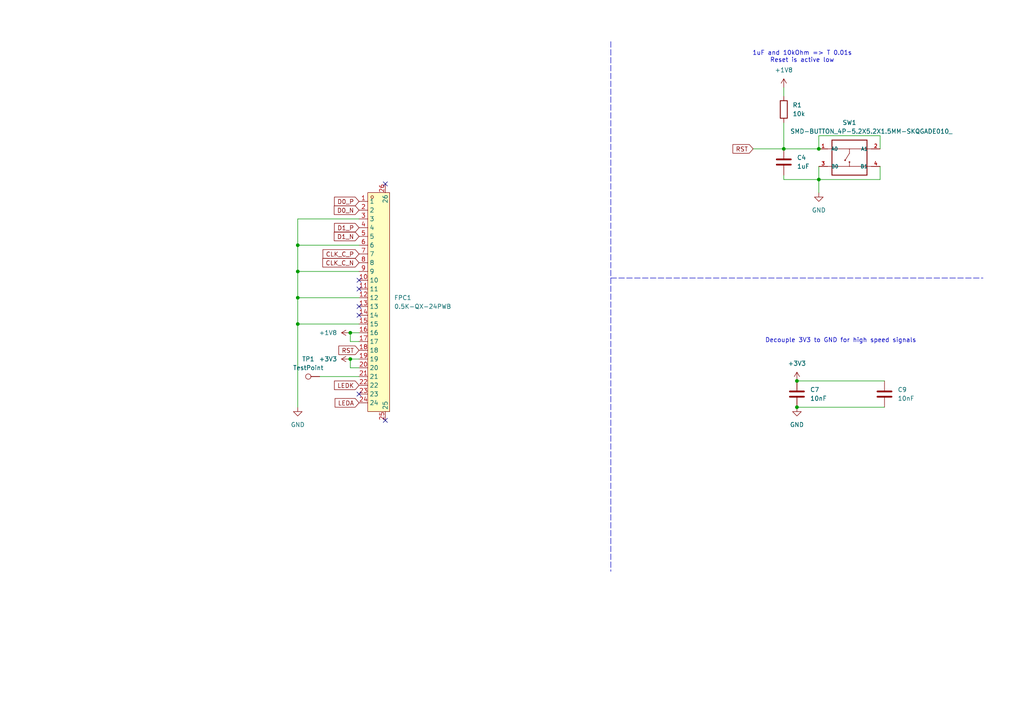
<source format=kicad_sch>
(kicad_sch (version 20231120) (generator "eeschema") (generator_version "8.0")
  (paper "A4")
  (lib_symbols
    (symbol "Connector:TestPoint" (pin_numbers hide) (pin_names (offset 0.762) hide)
      (property "Reference" "TP" (at 0 6.858 0))
      (property "Value" "TestPoint" (at 0 5.08 0))
      (symbol "TestPoint_0_1"
        (circle (center 0 3.302) (radius 0.762))
      )
      (symbol "TestPoint_1_1"
        (pin passive line (at 0 0 90) (length 2.54) (name "1") (number "1"))
      )
    )
    (symbol "Device:C" (pin_numbers hide) (pin_names (offset 0.254))
      (property "Reference" "C" (at 0.635 2.54 0))
      (property "Value" "C" (at 0.635 -2.54 0))
      (symbol "C_0_1"
        (polyline (pts (xy -2.032 -0.762) (xy 2.032 -0.762)) (stroke (width 0.508)))
        (polyline (pts (xy -2.032 0.762) (xy 2.032 0.762)) (stroke (width 0.508)))
      )
      (symbol "C_1_1"
        (pin passive line (at 0 3.81 270) (length 2.794) (name "~") (number "1"))
        (pin passive line (at 0 -3.81 90) (length 2.794) (name "~") (number "2"))
      )
    )
    (symbol "Device:R" (pin_numbers hide) (pin_names (offset 0))
      (property "Reference" "R" (at 2.032 0 90))
      (property "Value" "R" (at 0 0 90))
      (symbol "R_0_1"
        (rectangle (start -1.016 -2.54) (end 1.016 2.54) (stroke (width 0.254)))
      )
      (symbol "R_1_1"
        (pin passive line (at 0 3.81 270) (length 1.27) (name "~") (number "1"))
        (pin passive line (at 0 -3.81 90) (length 1.27) (name "~") (number "2"))
      )
    )
    (symbol "SMD-BUTTON_4P-5.2X5.2X1.5MM-SKQGADE010_:SMD-BUTTON_4P-5.2X5.2X1.5MM-SKQGADE010_" (pin_names (offset 1.016))
      (property "Reference" "SW" (at -5.0859 5.0859 0))
      (property "Value" "SMD-BUTTON_4P-5.2X5.2X1.5MM-SKQGADE010_" (at -5.0884 -6.3605 0))
      (symbol "SMD-BUTTON_4P-5.2X5.2X1.5MM-SKQGADE010__0_0"
        (circle (center -1.27 -0.762) (radius 0.1524))
        (circle (center 0 -1.27) (radius 0.1524))
        (polyline (pts (xy -6.35 -2.54) (xy -5.08 -2.54)) (stroke (width 0.1524)))
        (polyline (pts (xy -6.35 2.54) (xy -5.08 2.54)) (stroke (width 0.1524)))
        (polyline (pts (xy -5.08 -5.08) (xy -5.08 -2.54)) (stroke (width 0.254)))
        (polyline (pts (xy -5.08 -2.54) (xy -5.08 2.54)) (stroke (width 0.254)))
        (polyline (pts (xy -5.08 2.54) (xy -5.08 5.08)) (stroke (width 0.254)))
        (polyline (pts (xy -5.08 2.54) (xy 0 2.54)) (stroke (width 0.1524)))
        (polyline (pts (xy -5.08 5.08) (xy 5.08 5.08)) (stroke (width 0.254)))
        (polyline (pts (xy 0 -2.54) (xy -5.08 -2.54)) (stroke (width 0.1524)))
        (polyline (pts (xy 0 -2.54) (xy 5.08 -2.54)) (stroke (width 0.1524)))
        (polyline (pts (xy 0 -1.27) (xy 0 -2.54)) (stroke (width 0.1524)))
        (polyline (pts (xy 0 1.27) (xy -1.27 -0.762)) (stroke (width 0.1524)))
        (polyline (pts (xy 0 2.54) (xy 0 1.27)) (stroke (width 0.1524)))
        (polyline (pts (xy 0 2.54) (xy 5.08 2.54)) (stroke (width 0.1524)))
        (polyline (pts (xy 5.08 -5.08) (xy -5.08 -5.08)) (stroke (width 0.254)))
        (polyline (pts (xy 5.08 -2.54) (xy 5.08 -5.08)) (stroke (width 0.254)))
        (polyline (pts (xy 5.08 2.54) (xy 5.08 -2.54)) (stroke (width 0.254)))
        (polyline (pts (xy 5.08 5.08) (xy 5.08 2.54)) (stroke (width 0.254)))
        (polyline (pts (xy 6.35 -2.54) (xy 5.08 -2.54)) (stroke (width 0.1524)))
        (polyline (pts (xy 6.35 2.54) (xy 5.08 2.54)) (stroke (width 0.1524)))
        (pin bidirectional line (at -8.89 2.54 0) (length 2.54) (name "A0") (number "1"))
        (pin bidirectional line (at 8.89 2.54 180) (length 2.54) (name "A1") (number "2"))
        (pin bidirectional line (at -8.89 -2.54 0) (length 2.54) (name "B0") (number "3"))
        (pin bidirectional line (at 8.89 -2.54 180) (length 2.54) (name "B1") (number "4"))
      )
    )
    (symbol "easyeda2kicad:0.5K-QX-24PWB"
      (property "Reference" "FPC" (at 0 39.37 0))
      (property "Value" "0.5K-QX-24PWB" (at 0 -39.37 0))
      (symbol "0.5K-QX-24PWB_0_1"
        (rectangle (start -1.27 31.75) (end 5.08 -31.75) (fill (type background)))
        (circle (center 0 30.48) (radius 0.38))
        (pin unspecified line (at -3.81 29.21 0) (length 2.54) (name "1") (number "1"))
        (pin unspecified line (at -3.81 6.35 0) (length 2.54) (name "10") (number "10"))
        (pin unspecified line (at -3.81 3.81 0) (length 2.54) (name "11") (number "11"))
        (pin unspecified line (at -3.81 1.27 0) (length 2.54) (name "12") (number "12"))
        (pin unspecified line (at -3.81 -1.27 0) (length 2.54) (name "13") (number "13"))
        (pin unspecified line (at -3.81 -3.81 0) (length 2.54) (name "14") (number "14"))
        (pin unspecified line (at -3.81 -6.35 0) (length 2.54) (name "15") (number "15"))
        (pin unspecified line (at -3.81 -8.89 0) (length 2.54) (name "16") (number "16"))
        (pin unspecified line (at -3.81 -11.43 0) (length 2.54) (name "17") (number "17"))
        (pin unspecified line (at -3.81 -13.97 0) (length 2.54) (name "18") (number "18"))
        (pin unspecified line (at -3.81 -16.51 0) (length 2.54) (name "19") (number "19"))
        (pin unspecified line (at -3.81 26.67 0) (length 2.54) (name "2") (number "2"))
        (pin unspecified line (at -3.81 -19.05 0) (length 2.54) (name "20") (number "20"))
        (pin unspecified line (at -3.81 -21.59 0) (length 2.54) (name "21") (number "21"))
        (pin unspecified line (at -3.81 -24.13 0) (length 2.54) (name "22") (number "22"))
        (pin unspecified line (at -3.81 -26.67 0) (length 2.54) (name "23") (number "23"))
        (pin unspecified line (at -3.81 -29.21 0) (length 2.54) (name "24") (number "24"))
        (pin unspecified line (at 3.81 -34.29 90) (length 2.54) (name "25") (number "25"))
        (pin unspecified line (at 3.81 34.29 270) (length 2.54) (name "26") (number "26"))
        (pin unspecified line (at -3.81 24.13 0) (length 2.54) (name "3") (number "3"))
        (pin unspecified line (at -3.81 21.59 0) (length 2.54) (name "4") (number "4"))
        (pin unspecified line (at -3.81 19.05 0) (length 2.54) (name "5") (number "5"))
        (pin unspecified line (at -3.81 16.51 0) (length 2.54) (name "6") (number "6"))
        (pin unspecified line (at -3.81 13.97 0) (length 2.54) (name "7") (number "7"))
        (pin unspecified line (at -3.81 11.43 0) (length 2.54) (name "8") (number "8"))
        (pin unspecified line (at -3.81 8.89 0) (length 2.54) (name "9") (number "9"))
      )
    )
    (symbol "power:+1V8" (power) (pin_numbers hide) (pin_names (offset 0) hide)
      (property "Value" "+1V8" (at 0 3.556 0))
      (symbol "+1V8_0_1"
        (polyline (pts (xy -0.762 1.27) (xy 0 2.54)))
        (polyline (pts (xy 0 0) (xy 0 2.54)))
        (polyline (pts (xy 0 2.54) (xy 0.762 1.27)))
      )
      (symbol "+1V8_1_1"
        (pin power_in line (at 0 0 90) (length 0) (name "~") (number "1"))
      )
    )
    (symbol "power:+3V3" (power) (pin_numbers hide) (pin_names (offset 0) hide)
      (property "Value" "+3V3" (at 0 3.556 0))
      (symbol "+3V3_0_1"
        (polyline (pts (xy -0.762 1.27) (xy 0 2.54)))
        (polyline (pts (xy 0 0) (xy 0 2.54)))
        (polyline (pts (xy 0 2.54) (xy 0.762 1.27)))
      )
      (symbol "+3V3_1_1"
        (pin power_in line (at 0 0 90) (length 0) (name "~") (number "1"))
      )
    )
    (symbol "power:GND" (power) (pin_numbers hide) (pin_names (offset 0) hide)
      (property "Value" "GND" (at 0 -3.81 0))
      (symbol "GND_0_1"
        (polyline (pts (xy 0 0) (xy 0 -1.27) (xy 1.27 -1.27) (xy 0 -2.54) (xy -1.27 -1.27) (xy 0 -1.27)))
      )
      (symbol "GND_1_1"
        (pin power_in line (at 0 0 270) (length 0) (name "~") (number "1"))
      )
    )
  )
  (junction (at 237.49 52.07))
  (junction (at 237.49 43.18))
  (junction (at 86.36 78.74))
  (junction (at 101.6 104.14))
  (junction (at 231.14 110.49))
  (junction (at 86.36 71.12))
  (junction (at 227.33 43.18))
  (junction (at 86.36 86.36))
  (junction (at 101.6 96.52))
  (junction (at 86.36 93.98))
  (junction (at 231.14 118.11))
  (no_connect (at 111.76 53.34))
  (no_connect (at 104.14 91.44))
  (no_connect (at 104.14 81.28))
  (no_connect (at 111.76 121.92))
  (no_connect (at 104.14 114.3))
  (no_connect (at 104.14 88.9))
  (no_connect (at 104.14 83.82))
  (wire (pts (xy 86.36 93.98) (xy 86.36 118.11)))
  (polyline (pts (xy 177.165 12.065) (xy 177.165 165.735)) (stroke (width 0) (type dash)))
  (wire (pts (xy 231.14 110.49) (xy 256.54 110.49)))
  (wire (pts (xy 86.36 63.5) (xy 86.36 71.12)))
  (wire (pts (xy 227.33 52.07) (xy 237.49 52.07)))
  (wire (pts (xy 227.33 43.18) (xy 227.33 35.56)))
  (wire (pts (xy 104.14 104.14) (xy 101.6 104.14)))
  (wire (pts (xy 227.33 52.07) (xy 227.33 50.8)))
  (wire (pts (xy 255.27 52.07) (xy 255.27 48.26)))
  (wire (pts (xy 231.14 118.11) (xy 256.54 118.11)))
  (wire (pts (xy 218.44 43.18) (xy 227.33 43.18)))
  (wire (pts (xy 86.36 86.36) (xy 86.36 93.98)))
  (wire (pts (xy 237.49 52.07) (xy 255.27 52.07)))
  (wire (pts (xy 101.6 96.52) (xy 104.14 96.52)))
  (wire (pts (xy 227.33 25.4) (xy 227.33 27.94)))
  (wire (pts (xy 86.36 71.12) (xy 86.36 78.74)))
  (wire (pts (xy 255.27 39.37) (xy 237.49 39.37)))
  (wire (pts (xy 227.33 43.18) (xy 237.49 43.18)))
  (wire (pts (xy 237.49 52.07) (xy 237.49 48.26)))
  (wire (pts (xy 86.36 78.74) (xy 104.14 78.74)))
  (wire (pts (xy 86.36 71.12) (xy 104.14 71.12)))
  (polyline (pts (xy 177.165 80.645) (xy 285.115 80.645)) (stroke (width 0) (type dash)))
  (wire (pts (xy 101.6 104.14) (xy 101.6 106.68)))
  (wire (pts (xy 86.36 63.5) (xy 104.14 63.5)))
  (wire (pts (xy 101.6 106.68) (xy 104.14 106.68)))
  (wire (pts (xy 86.36 86.36) (xy 104.14 86.36)))
  (wire (pts (xy 86.36 93.98) (xy 104.14 93.98)))
  (wire (pts (xy 255.27 43.18) (xy 255.27 39.37)))
  (wire (pts (xy 101.6 99.06) (xy 101.6 96.52)))
  (wire (pts (xy 104.14 99.06) (xy 101.6 99.06)))
  (wire (pts (xy 237.49 55.88) (xy 237.49 52.07)))
  (wire (pts (xy 92.71 109.22) (xy 104.14 109.22)))
  (wire (pts (xy 86.36 78.74) (xy 86.36 86.36)))
  (wire (pts (xy 237.49 39.37) (xy 237.49 43.18)))
  (text "1uF and 10kOhm => T 0.01s\nReset is active low" (at 232.664 16.51 0) (effects (font (size 1.27 1.27))))
  (text "Decouple 3V3 to GND for high speed signals\n" (at 243.84 98.806 0) (effects (font (size 1.27 1.27))))
  (global_label "CLK_C_P" (shape input) (at 104.14 73.66 180) (property "Intersheetrefs" "${INTERSHEET_REFS}" (effects (hide yes))))
  (global_label "LEDK" (shape input) (at 104.14 111.76 180) (property "Intersheetrefs" "${INTERSHEET_REFS}" (effects (hide yes))))
  (global_label "D1_P" (shape input) (at 104.14 66.04 180) (property "Intersheetrefs" "${INTERSHEET_REFS}" (effects (hide yes))))
  (global_label "RST" (shape input) (at 104.14 101.6 180) (property "Intersheetrefs" "${INTERSHEET_REFS}" (effects (hide yes))))
  (global_label "D0_N" (shape input) (at 104.14 60.96 180) (property "Intersheetrefs" "${INTERSHEET_REFS}" (effects (hide yes))))
  (global_label "CLK_C_N" (shape input) (at 104.14 76.2 180) (property "Intersheetrefs" "${INTERSHEET_REFS}" (effects (hide yes))))
  (global_label "RST" (shape input) (at 218.44 43.18 180) (property "Intersheetrefs" "${INTERSHEET_REFS}" (effects (hide yes))))
  (global_label "LEDA" (shape input) (at 104.14 116.84 180) (property "Intersheetrefs" "${INTERSHEET_REFS}" (effects (hide yes))))
  (global_label "D0_P" (shape input) (at 104.14 58.42 180) (property "Intersheetrefs" "${INTERSHEET_REFS}" (effects (hide yes))))
  (global_label "D1_N" (shape input) (at 104.14 68.58 180) (property "Intersheetrefs" "${INTERSHEET_REFS}" (effects (hide yes))))
  (symbol (lib_id "power:+1V8") (at 227.33 25.4 0) (unit 1)
    (property "Reference" "#PWR010" (effects (hide yes)))
    (property "Value" "+1V8" (at 227.33 20.32 0))
    (property "Description" "Power symbol creates a global label with name \"+1V8\"" (effects (hide yes)))
  )
  (symbol (lib_id "power:GND") (at 86.36 118.11 0) (unit 1)
    (property "Reference" "#PWR09" (effects (hide yes)))
    (property "Value" "GND" (at 86.36 123.19 0))
    (property "Description" "Power symbol creates a global label with name \"GND\" , ground" (effects (hide yes)))
  )
  (symbol (lib_id "Connector:TestPoint") (at 92.71 109.22 90) (unit 1)
    (property "Reference" "TP1" (at 89.408 104.14 90))
    (property "Value" "TestPoint" (at 89.408 106.68 90))
    (property "Footprint" "TestPoint:TestPoint_Pad_D1.0mm" (effects (hide yes)))
    (property "Description" "test point" (effects (hide yes)))
  )
  (symbol (lib_id "Device:C") (at 256.54 114.3 0) (unit 1)
    (property "Reference" "C9" (at 260.35 113.0299 0) (effects (justify left)))
    (property "Value" "10nF" (at 260.35 115.5699 0) (effects (justify left)))
    (property "Footprint" "Capacitor_SMD:C_0603_1608Metric" (effects (hide yes)))
    (property "Description" "Unpolarized capacitor" (effects (hide yes)))
    (property "LCSC" "C525264" (effects (hide yes)))
  )
  (symbol (lib_id "Device:C") (at 231.14 114.3 0) (unit 1)
    (property "Reference" "C7" (at 234.95 113.0299 0) (effects (justify left)))
    (property "Value" "10nF" (at 234.95 115.5699 0) (effects (justify left)))
    (property "Footprint" "Capacitor_SMD:C_0603_1608Metric" (effects (hide yes)))
    (property "Description" "Unpolarized capacitor" (effects (hide yes)))
    (property "LCSC" "C525264" (effects (hide yes)))
  )
  (symbol (lib_id "power:GND") (at 237.49 55.88 0) (unit 1)
    (property "Reference" "#PWR012" (effects (hide yes)))
    (property "Value" "GND" (at 237.49 60.96 0))
    (property "Description" "Power symbol creates a global label with name \"GND\" , ground" (effects (hide yes)))
  )
  (symbol (lib_id "Device:R") (at 227.33 31.75 0) (unit 1)
    (property "Reference" "R1" (at 229.87 30.4799 0) (effects (justify left)))
    (property "Value" "10k" (at 229.87 33.0199 0) (effects (justify left)))
    (property "Footprint" "Resistor_SMD:R_0603_1608Metric" (effects (hide yes)))
    (property "Description" "Resistor" (effects (hide yes)))
    (property "LCSC" "C2930027" (effects (hide yes)))
  )
  (symbol (lib_id "power:+3V3") (at 101.6 104.14 90) (unit 1)
    (property "Reference" "#PWR07" (effects (hide yes)))
    (property "Value" "+3V3" (at 97.79 104.1399 90) (effects (justify left)))
    (property "Description" "Power symbol creates a global label with name \"+3V3\"" (effects (hide yes)))
  )
  (symbol (lib_id "power:+1V8") (at 101.6 96.52 90) (unit 1)
    (property "Reference" "#PWR08" (effects (hide yes)))
    (property "Value" "+1V8" (at 97.79 96.5199 90) (effects (justify left)))
    (property "Description" "Power symbol creates a global label with name \"+1V8\"" (effects (hide yes)))
  )
  (symbol (lib_id "easyeda2kicad:0.5K-QX-24PWB") (at 107.95 87.63 0) (unit 1)
    (property "Reference" "FPC1" (at 114.3 86.3599 0) (effects (justify left)))
    (property "Value" "0.5K-QX-24PWB" (at 114.3 88.8999 0) (effects (justify left)))
    (property "Footprint" "easyeda2kicad:FPC-SMD_24P-P0.50_HDGC_0.5K-QX-24PWB" (effects (hide yes)))
    (property "LCSC" "C2919484" (effects (hide yes)))
  )
  (symbol (lib_id "SMD-BUTTON_4P-5.2X5.2X1.5MM-SKQGADE010_:SMD-BUTTON_4P-5.2X5.2X1.5MM-SKQGADE010_") (at 246.38 45.72 0) (unit 1)
    (property "Reference" "SW1" (at 246.38 35.56 0))
    (property "Value" "SMD-BUTTON_4P-5.2X5.2X1.5MM-SKQGADE010_" (at 252.73 38.1 0))
    (property "Footprint" "SMD-BUTTON_4P-5.2X5.2X1.5MM-SKQGADE010_:SW4-SMD-5.2X5.2X1.5MM" (effects (hide yes)))
    (property "MF" "ALPS" (effects (hide yes)))
    (property "Description_1" "\nSwitch Tactile N.O. SPST Round Button Gull Wing 0.05A 12VDC 2.55N SMD T/R\n" (effects (hide yes)))
    (property "Package" "SMD-4 ALPS" (effects (hide yes)))
    (property "Price" "None" (effects (hide yes)))
    (property "SnapEDA_Link" "https://www.snapeda.com/parts/SKQGADE010/ALPS/view-part/?ref=snap" (effects (hide yes)))
    (property "MP" "SKQGADE010" (effects (hide yes)))
    (property "Purchase-URL" "https://www.snapeda.com/api/url_track_click_mouser/?unipart_id=106172&manufacturer=ALPS&part_name=SKQGADE010&search_term=None" (effects (hide yes)))
    (property "Availability" "In Stock" (effects (hide yes)))
    (property "Check_prices" "https://www.snapeda.com/parts/SKQGADE010/ALPS/view-part/?ref=eda" (effects (hide yes)))
    (property "LCSC" "C116647" (effects (hide yes)))
  )
  (symbol (lib_id "Device:C") (at 227.33 46.99 0) (unit 1)
    (property "Reference" "C4" (at 231.14 45.7199 0) (effects (justify left)))
    (property "Value" "1uF" (at 231.14 48.2599 0) (effects (justify left)))
    (property "Footprint" "Capacitor_SMD:C_0603_1608Metric" (effects (hide yes)))
    (property "Description" "Unpolarized capacitor" (effects (hide yes)))
    (property "LCSC" "C126631" (effects (hide yes)))
  )
  (symbol (lib_id "power:+3V3") (at 231.14 110.49 0) (unit 1)
    (property "Reference" "#PWR016" (effects (hide yes)))
    (property "Value" "+3V3" (at 231.14 105.41 0))
    (property "Description" "Power symbol creates a global label with name \"+3V3\"" (effects (hide yes)))
  )
  (symbol (lib_id "power:GND") (at 231.14 118.11 0) (unit 1)
    (property "Reference" "#PWR017" (effects (hide yes)))
    (property "Value" "GND" (at 231.14 123.19 0))
    (property "Description" "Power symbol creates a global label with name \"GND\" , ground" (effects (hide yes)))
  )
)
</source>
